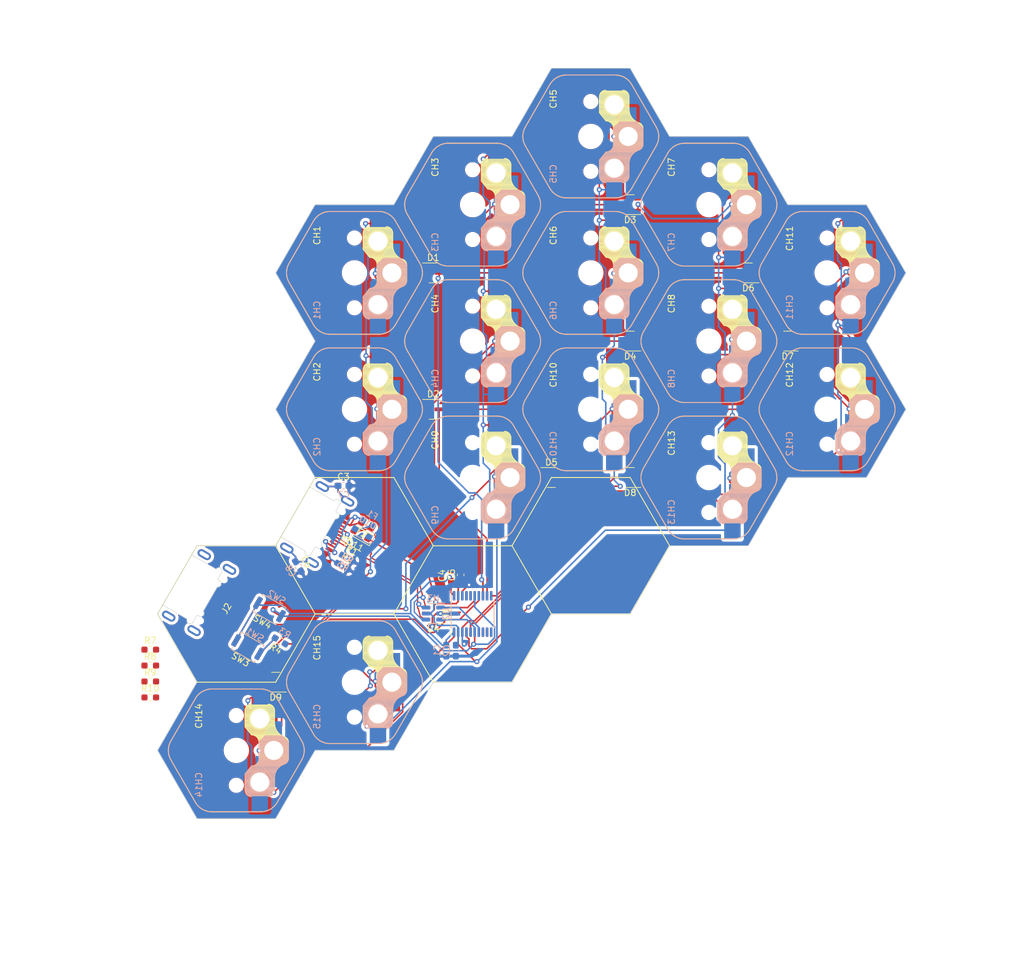
<source format=kicad_pcb>
(kicad_pcb (version 20221018) (generator pcbnew)
  (layers (0 "F.Cu" signal) (31 "B.Cu" signal) (34 "B.Paste" user) (35 "F.Paste" user) (36 "B.SilkS" user "B.Silkscreen") (37 "F.SilkS" user "F.Silkscreen") (38 "B.Mask" user) (39 "F.Mask" user) (44 "Edge.Cuts" user))
  (net 0 "")
  (net 1 "+3.3V")
  (net 2 "Net-(CH1-Pad2)")
  (net 3 "Net-(CH2-Pad2)")
  (net 4 "GND")
  (net 5 "Net-(CH4-Pad2)")
  (net 6 "Net-(CH5-Pad2)")
  (net 7 "+5V")
  (net 8 "Net-(CH6-Pad2)")
  (net 9 "c1")
  (net 10 "c2")
  (net 12 "Net-(CH8-Pad2)")
  (net 14 "Net-(CH9-Pad2)")
  (net 16 "c3")
  (net 17 "c4")
  (net 18 "Net-(CH11-Pad2)")
  (net 19 "c5")
  (net 20 "Net-(CH13-Pad2)")
  (net 21 "Net-(CH14-Pad2)")
  (net 22 "r1")
  (net 23 "r2")
  (net 24 "r3")
  (net 25 "Net-(D10-A)")
  (net 26 "VBUS")
  (net 27 "P32")
  (net 28 "P14")
  (net 29 "P15")
  (net 30 "P16")
  (net 31 "P17")
  (net 32 "RST")
  (net 33 "P10")
  (net 34 "P11")
  (net 37 "P33")
  (net 38 "P34")
  (net 39 "P35")
  (net 40 "UDP")
  (net 41 "UDM")
  (net 42 "PORT-")
  (net 43 "PORT+")
  (net 44 "Net-(D11-A)")
  (net 45 "Net-(J3-SHIELD)")
  (net 46 "Net-(J3-CC1)")
  (net 47 "Net-(J3-CC2)")
  (net 48 "BOOT")
  (net 49 "Net-(CH7-Pad2)")
  (net 50 "Net-(CH10-Pad2)")
  (net 51 "Net-(CH3-Pad2)")
  (net 52 "Net-(CH15-Pad2)")
  (net 53 "Net-(CH12-Pad2)")
  (net 56 "Net-(J2-CC1)")
  (net 57 "RX_L_TX_R")
  (net 58 "TX_L_RX_R")
  (net 59 "Net-(J2-CC2)")
  (footprint "Capacitor_SMD:C_0603_1608Metric_Pad1.08x0.95mm_HandSolder" (layer "F.Cu") (at 102.108 101.4465 90)
    (fp_text reference "C4")
    (fp_text value "1uF")
  )
  (footprint "Fuse:Fuse_0603_1608Metric_Pad1.05x0.95mm_HandSolder" (layer "F.Cu") (at 88.770152 93.514048 150)
    (fp_text reference "F2")
    (fp_text value "500mA")
  )
  (footprint "s-ol:PG1350_hotswap_reversible" (layer "F.Cu") (at 68.271677 129.000001 90)
    (fp_text reference "CH14")
    (fp_text value "choc_SW_HS")
  )
  (footprint "s-ol:PG1350_hotswap_reversible" (layer "F.Cu") (at 124.13032 53.75 90)
    (fp_text reference "CH6")
    (fp_text value "choc_SW_HS")
  )
  (footprint "s-ol:PG1350_hotswap_reversible" (layer "F.Cu") (at 105.510772 86 90)
    (fp_text reference "CH9")
    (fp_text value "choc_SW_HS")
  )
  (footprint "Resistor_SMD:R_0603_1608Metric_Pad0.98x0.95mm_HandSolder" (layer "F.Cu") (at 85.772952 98.70535 -30)
    (fp_text reference "R1")
    (fp_text value "5k")
  )
  (footprint "Capacitor_SMD:C_0603_1608Metric_Pad1.08x0.95mm_HandSolder" (layer "F.Cu") (at 85.160808 87.30456)
    (fp_text reference "C3")
    (fp_text value "1uF")
  )
  (footprint "Package_TO_SOT_SMD:SOT-23" (layer "F.Cu") (at 99.304256 75.25)
    (fp_text reference "D2")
    (fp_text value "BAV70")
  )
  (footprint "Capacitor_SMD:C_0603_1608Metric_Pad1.08x0.95mm_HandSolder" (layer "F.Cu") (at 78.04881 100.00456 -60)
    (fp_text reference "C6")
    (fp_text value "1uF")
  )
  (footprint "s-ol:PG1350_hotswap_reversible" (layer "F.Cu") (at 86.891224 75.25 90)
    (fp_text reference "CH2")
    (fp_text value "choc_SW_HS")
  )
  (footprint "Resistor_SMD:R_0603_1608Metric_Pad0.98x0.95mm_HandSolder" (layer "F.Cu") (at 54.7135 120.65)
    (fp_text reference "R10")
    (fp_text value "5k")
  )
  (footprint "Package_TO_SOT_SMD:SOT-23" (layer "F.Cu") (at 130.336836 86 180)
    (fp_text reference "D8")
    (fp_text value "BAV70")
  )
  (footprint "Resistor_SMD:R_0603_1608Metric_Pad0.98x0.95mm_HandSolder" (layer "F.Cu") (at 54.7135 113.12)
    (fp_text reference "R7")
    (fp_text value "5k")
  )
  (footprint "Capacitor_SMD:C_0603_1608Metric_Pad1.08x0.95mm_HandSolder" (layer "F.Cu") (at 103.632 101.346 90)
    (fp_text reference "C5")
    (fp_text value "1uF")
  )
  (footprint "Resistor_SMD:R_0603_1608Metric_Pad0.98x0.95mm_HandSolder" (layer "F.Cu") (at 54.7135 115.63)
    (fp_text reference "R8")
    (fp_text value "5k")
  )
  (footprint "s-ol:PG1350_hotswap_reversible" (layer "F.Cu") (at 124.13032 75.25 90)
    (fp_text reference "CH10")
    (fp_text value "choc_SW_HS")
  )
  (footprint "Button_Switch_SMD:SW_Push_SPST_NO_Alps_SKRK" (layer "F.Cu") (at 73.492348 106.802799 150)
    (fp_text reference "SW4")
    (fp_text value "RESET")
  )
  (footprint "Package_TO_SOT_SMD:SOT-23" (layer "F.Cu") (at 130.336837 43 180)
    (fp_text reference "D3")
    (fp_text value "BAV70")
  )
  (footprint "s-ol:PG1350_hotswap_reversible" (layer "F.Cu") (at 105.510772 64.5 90)
    (fp_text reference "CH4")
    (fp_text value "choc_SW_HS")
  )
  (footprint "s-ol:PG1350_hotswap_reversible" (layer "F.Cu") (at 86.891224 118.250001 90)
    (fp_text reference "CH15")
    (fp_text value "choc_SW_HS")
  )
  (footprint "Package_TO_SOT_SMD:SOT-23" (layer "F.Cu") (at 117.923804 86)
    (fp_text reference "D5")
    (fp_text value "BAV70")
  )
  (footprint "Resistor_SMD:R_0603_1608Metric_Pad0.98x0.95mm_HandSolder" (layer "F.Cu") (at 85.036352 99.981179 -30)
    (fp_text reference "R2")
    (fp_text value "5k")
  )
  (footprint "Package_SO:TSSOP-20_4.4x6.5mm_P0.65mm" (layer "F.Cu") (at 105.510772 107.5 90)
    (fp_text reference "U1")
    (fp_text value "CH552T")
  )
  (footprint "Package_TO_SOT_SMD:SOT-23-6" (layer "F.Cu") (at 99.314001 107.442 180)
    (fp_text reference "U4")
    (fp_text value "USBLC6-2SC6")
  )
  (footprint "s-ol:PG1350_hotswap_reversible" (layer "F.Cu") (at 161.369416 75.25 90)
    (fp_text reference "CH12")
    (fp_text value "choc_SW_HS")
  )
  (footprint "s-ol:PG1350_hotswap_reversible" (layer "F.Cu") (at 86.891224 53.75 90)
    (fp_text reference "CH1")
    (fp_text value "choc_SW_HS")
  )
  (footprint "s-ol:PG1350_hotswap_reversible" (layer "F.Cu") (at 142.749869 64.5 90)
    (fp_text reference "CH8")
    (fp_text value "choc_SW_HS")
  )
  (footprint "s-ol:PG1350_hotswap_reversible" (layer "F.Cu") (at 105.510773 43.000001 90)
    (fp_text reference "CH3")
    (fp_text value "choc_SW_HS")
  )
  (footprint "Package_TO_SOT_SMD:SOT-23" (layer "F.Cu") (at 74.478191 118.25 180)
    (fp_text reference "D9")
    (fp_text value "BAV70")
  )
  (footprint "Package_TO_SOT_SMD:SOT-23" (layer "F.Cu") (at 99.304256 53.75)
    (fp_text reference "D1")
    (fp_text value "BAV70")
  )
  (footprint "s-ol:PG1350_hotswap_reversible" (layer "F.Cu") (at 142.749869 43 90)
    (fp_text reference "CH7")
    (fp_text value "choc_SW_HS")
  )
  (footprint "s-ol:PG1350_hotswap_reversible" (layer "F.Cu") (at 124.130321 32.250001 90)
    (fp_text reference "CH5")
    (fp_text value "choc_SW_HS")
  )
  (footprint "PCM_marbastlib-various:USB_C_Receptacle_HRO_TYPE-C-31-M-14" (layer "F.Cu") (at 64.474093 105.338661 -120)
    (fp_text reference "J2")
    (fp_text value "USB_C_Receptacle_USB2.0_14P")
    (fp_line (start -4.554999 2.075821) (end -4.554999 6.435) (stroke (width 0.08)) (layer "Edge.Cuts"))
    (fp_line (start -3.404998 0.905) (end -4.554999 0.905) (stroke (width 0.08)) (layer "Edge.Cuts"))
    (fp_line (start -3.204999 0.505) (end -3.204999 0.705) (stroke (width 0.08)) (layer "Edge.Cuts"))
    (fp_line (start -0.004999 0.355) (end -2.098781 0.355) (stroke (width 0.08)) (layer "Edge.Cuts"))
    (fp_line (start -0.004999 0.355) (end 2.088783 0.355) (stroke (width 0.08)) (layer "Edge.Cuts"))
    (fp_line (start 3.195001 0.505) (end 3.195001 0.705) (stroke (width 0.08)) (layer "Edge.Cuts"))
    (fp_line (start 3.395 0.905) (end 4.545001 0.905) (stroke (width 0.08)) (layer "Edge.Cuts"))
    (fp_line (start 4.545001 2.075821) (end 4.545001 6.435) (stroke (width 0.08)) (layer "Edge.Cuts"))
    (fp_arc (start -4.697856 1.884157) (mid -5.04976 1.332815) (end -4.554999 0.905) (stroke (width 0.08)) (layer "Edge.Cuts"))
    (fp_arc (start -4.697856 1.884158) (mid -4.594642 1.956298) (end -4.554999 2.075821) (stroke (width 0.08)) (layer "Edge.Cuts"))
    (fp_arc (start -3.204999 0.505) (mid -2.834408 0.022037) (end -2.271986 0.255) (stroke (width 0.08)) (layer "Edge.Cuts"))
    (fp_arc (start -3.204998 0.705) (mid -3.263577 0.846421) (end -3.404998 0.905) (stroke (width 0.08)) (layer "Edge.Cuts"))
    (fp_arc (start -2.098781 0.355) (mid -2.198781 0.328205) (end -2.271986 0.255) (stroke (width 0.08)) (layer "Edge.Cuts"))
    (fp_arc (start 2.261988 0.255) (mid 2.188783 0.328205) (end 2.088783 0.355) (stroke (width 0.08)) (layer "Edge.Cuts"))
    (fp_arc (start 2.261988 0.255) (mid 2.824411 0.022037) (end 3.195001 0.505) (stroke (width 0.08)) (layer "Edge.Cuts"))
    (fp_arc (start 3.395 0.904999) (mid 3.253579 0.846421) (end 3.195001 0.705) (stroke (width 0.08)) (layer "Edge.Cuts"))
    (fp_arc (start 4.545001 0.904999) (mid 5.039764 1.332815) (end 4.687858 1.884158) (stroke (width 0.08)) (layer "Edge.Cuts"))
    (fp_arc (start 4.545001 2.075821) (mid 4.584644 1.956298) (end 4.687858 1.884158) (stroke (width 0.08)) (layer "Edge.Cuts"))
  )
  (footprint "s-ol:PG1350_hotswap_reversible" (layer "F.Cu") (at 161.369416 53.75 90)
    (fp_text reference "CH11")
    (fp_text value "choc_SW_HS")
  )
  (footprint "Button_Switch_SMD:SW_Push_SPST_NO_Alps_SKRK" (layer "F.Cu") (at 70.063347 112.742 150)
    (fp_text reference "SW3")
    (fp_text value "BOOT")
  )
  (footprint "Package_TO_SOT_SMD:SOT-23" (layer "F.Cu") (at 130.336837 64.5 180)
    (fp_text reference "D4")
    (fp_text value "BAV70")
  )
  (footprint "s-ol:PG1350_hotswap_reversible" (layer "F.Cu") (at 142.749867 86 90)
    (fp_text reference "CH13")
    (fp_text value "choc_SW_HS")
  )
  (footprint "PCM_marbastlib-various:USB_C_Receptacle_HRO_TYPE-C-31-M-14" (layer "F.Cu") (at 83.086901 94.59922 -120)
    (fp_text reference "J3")
    (fp_text value "USB_C_Receptacle_USB2.0_14P")
    (fp_line (start -4.554999 2.075821) (end -4.554999 6.435) (stroke (width 0.08)) (layer "Edge.Cuts"))
    (fp_line (start -3.404998 0.905) (end -4.554999 0.905) (stroke (width 0.08)) (layer "Edge.Cuts"))
    (fp_line (start -3.204999 0.505) (end -3.204999 0.705) (stroke (width 0.08)) (layer "Edge.Cuts"))
    (fp_line (start -0.004999 0.355) (end -2.098781 0.355) (stroke (width 0.08)) (layer "Edge.Cuts"))
    (fp_line (start -0.004999 0.355) (end 2.088783 0.355) (stroke (width 0.08)) (layer "Edge.Cuts"))
    (fp_line (start 3.195001 0.505) (end 3.195001 0.705) (stroke (width 0.08)) (layer "Edge.Cuts"))
    (fp_line (start 3.395 0.905) (end 4.545001 0.905) (stroke (width 0.08)) (layer "Edge.Cuts"))
    (fp_line (start 4.545001 2.075821) (end 4.545001 6.435) (stroke (width 0.08)) (layer "Edge.Cuts"))
    (fp_arc (start -4.697856 1.884157) (mid -5.04976 1.332815) (end -4.554999 0.905) (stroke (width 0.08)) (layer "Edge.Cuts"))
    (fp_arc (start -4.697856 1.884158) (mid -4.594642 1.956298) (end -4.554999 2.075821) (stroke (width 0.08)) (layer "Edge.Cuts"))
    (fp_arc (start -3.204999 0.505) (mid -2.834408 0.022037) (end -2.271986 0.255) (stroke (width 0.08)) (layer "Edge.Cuts"))
    (fp_arc (start -3.204998 0.705) (mid -3.263577 0.846421) (end -3.404998 0.905) (stroke (width 0.08)) (layer "Edge.Cuts"))
    (fp_arc (start -2.098781 0.355) (mid -2.198781 0.328205) (end -2.271986 0.255) (stroke (width 0.08)) (layer "Edge.Cuts"))
    (fp_arc (start 2.261988 0.255) (mid 2.188783 0.328205) (end 2.088783 0.355) (stroke (width 0.08)) (layer "Edge.Cuts"))
    (fp_arc (start 2.261988 0.255) (mid 2.824411 0.022037) (end 3.195001 0.505) (stroke (width 0.08)) (layer "Edge.Cuts"))
    (fp_arc (start 3.395 0.904999) (mid 3.253579 0.846421) (end 3.195001 0.705) (stroke (width 0.08)) (layer "Edge.Cuts"))
    (fp_arc (start 4.545001 0.904999) (mid 5.039764 1.332815) (end 4.687858 1.884158) (stroke (width 0.08)) (layer "Edge.Cuts"))
    (fp_arc (start 4.545001 2.075821) (mid 4.584644 1.956298) (end 4.687858 1.884158) (stroke (width 0.08)) (layer "Edge.Cuts"))
  )
  (footprint "Package_TO_SOT_SMD:SOT-23" (layer "F.Cu") (at 148.956384 53.75 180)
    (fp_text reference "D6")
    (fp_text value "BAV70")
  )
  (footprint "Resistor_SMD:R_0603_1608Metric_Pad0.98x0.95mm_HandSolder" (layer "F.Cu") (at 54.7135 118.14)
    (fp_text reference "R9")
    (fp_text value "5k")
  )
  (footprint "Resistor_SMD:R_0603_1608Metric_Pad0.98x0.95mm_HandSolder" (layer "F.Cu") (at 75.184 111.76 150)
    (fp_text reference "R4")
    (fp_text value "10k")
  )
  (footprint "Package_TO_SOT_SMD:SOT-23" (layer "F.Cu") (at 155.162901 64.5 180)
    (fp_text reference "D7")
    (fp_text value "BAV70")
  )
  (footprint "Diode_SMD:D_SOD-323_HandSoldering" (layer "F.Cu") (at 87.906552 95.009847 150)
    (fp_text reference "D11")
    (fp_text value "PMEG2010EA")
  )
  (footprint "Capacitor_SMD:C_0603_1608Metric_Pad1.08x0.95mm_HandSolder" (layer "B.Cu") (at 85.160808 87.30456)
    (fp_text reference "C7")
    (fp_text value "1uF")
  )
  (footprint "Button_Switch_SMD:SW_Push_SPST_NO_Alps_SKRK" (layer "B.Cu") (at 73.492348 106.802799 150)
    (fp_text reference "SW2")
    (fp_text value "RESET")
  )
  (footprint "Capacitor_SMD:C_0603_1608Metric_Pad1.08x0.95mm_HandSolder" (layer "B.Cu") (at 78.04881 100.00456 -60)
    (fp_text reference "C8")
    (fp_text value "1uF")
  )
  (footprint "Resistor_SMD:R_0603_1608Metric_Pad0.98x0.95mm_HandSolder" (layer "B.Cu") (at 85.772952 98.70535 -30)
    (fp_text reference "R5")
    (fp_text value "5k")
  )
  (footprint "Fuse:Fuse_0603_1608Metric_Pad1.05x0.95mm_HandSolder" (layer "B.Cu") (at 88.973352 93.162095 150)
    (fp_text reference "F1")
    (fp_text value "500mA")
  )
  (footprint "Capacitor_SMD:C_0603_1608Metric_Pad1.08x0.95mm_HandSolder" (layer "B.Cu") (at 102.87 113.283999 -90)
    (fp_text reference "C2")
    (fp_text value "1uF")
  )
  (footprint "Capacitor_SMD:C_0603_1608Metric_Pad1.08x0.95mm_HandSolder" (layer "B.Cu") (at 101.346 113.284 -90)
    (fp_text reference "C1")
    (fp_text value "1uF")
  )
  (footprint "Package_SO:TSSOP-20_4.4x6.5mm_P0.65mm" (layer "B.Cu") (at 105.510772 107.5 -90)
    (fp_text reference "U2")
    (fp_text value "CH552T")
  )
  (footprint "Diode_SMD:D_SOD-323_HandSoldering" (layer "B.Cu") (at 88.084352 94.701888 150)
    (fp_text reference "D10")
    (fp_text value "PMEG2010EA")
  )
  (footprint "Resistor_SMD:R_0603_1608Metric_Pad0.98x0.95mm_HandSolder" (layer "B.Cu") (at 85.036352 99.981179 150)
    (fp_text reference "R6")
    (fp_text value "5k")
  )
  (footprint "Package_TO_SOT_SMD:SOT-23-6" (layer "B.Cu") (at 99.314001 107.442 180)
    (fp_text reference "U3")
    (fp_text value "USBLC6-2SC6")
  )
  (footprint "Button_Switch_SMD:SW_Push_SPST_NO_Alps_SKRK" (layer "B.Cu") (at 70.063347 112.742 150)
    (fp_text reference "SW1")
    (fp_text value "BOOT")
  )
  (footprint "Resistor_SMD:R_0603_1608Metric_Pad0.98x0.95mm_HandSolder" (layer "B.Cu") (at 75.184 111.76 150)
    (fp_text reference "R3")
    (fp_text value "10k")
  )
  (gr_line (start 74.478191 118.25) (end 80.684708 107.5) (stroke (width 0.15)) (layer "F.SilkS"))
  (gr_line (start 117.923804 107.5) (end 111.717288 118.250001) (stroke (width 0.15)) (layer "F.SilkS"))
  (gr_line (start 111.717288 96.75) (end 117.923804 107.5) (stroke (width 0.15)) (layer "F.SilkS"))
  (gr_line (start 74.478192 96.749999) (end 62.06516 96.749999) (stroke (width 0.15)) (layer "F.SilkS"))
  (gr_line (start 111.717288 96.75) (end 117.923804 86) (stroke (width 0.15)) (layer "F.SilkS"))
  (gr_line (start 99.304257 96.75) (end 93.09774 86) (stroke (width 0.15)) (layer "F.SilkS"))
  (gr_line (start 99.304257 96.75) (end 111.717288 96.75) (stroke (width 0.15)) (layer "F.SilkS"))
  (gr_line (start 55.858644 107.5) (end 62.065159 118.25) (stroke (width 0.15)) (layer "F.SilkS"))
  (gr_line (start 62.06516 96.749999) (end 55.858644 107.5) (stroke (width 0.15)) (layer "F.SilkS"))
  (gr_line (start 117.923804 86) (end 130.336836 86) (stroke (width 0.15)) (layer "F.SilkS"))
  (gr_line (start 93.09774 86) (end 80.684708 86) (stroke (width 0.15)) (layer "F.SilkS"))
  (gr_line (start 93.09774 107.5) (end 99.304257 96.75) (stroke (width 0.15)) (layer "F.SilkS"))
  (gr_line (start 99.304256 118.250001) (end 93.09774 107.5) (stroke (width 0.15)) (layer "F.SilkS"))
  (gr_line (start 111.717288 118.250001) (end 99.304256 118.250001) (stroke (width 0.15)) (layer "F.SilkS"))
  (gr_line (start 62.065159 118.25) (end 74.478191 118.25) (stroke (width 0.15)) (layer "F.SilkS"))
  (gr_line (start 80.684708 86) (end 74.478192 96.749999) (stroke (width 0.15)) (layer "F.SilkS"))
  (gr_line (start 74.478192 96.749999) (end 80.684708 107.5) (stroke (width 0.15)) (layer "F.SilkS"))
  (gr_line (start 80.684708 107.5) (end 93.09774 107.5) (stroke (width 0.15)) (layer "F.SilkS"))
  (gr_line (start 130.336836 86) (end 136.543352 96.75) (stroke (width 0.15)) (layer "F.SilkS"))
  (gr_line (start 130.336836 107.5) (end 117.923804 107.5) (stroke (width 0.15)) (layer "F.SilkS"))
  (gr_line (start 136.543352 96.75) (end 130.336836 107.5) (stroke (width 0.15)) (layer "F.SilkS"))
  (gr_poly (pts (xy 80.684708 64.5) (xy 74.478192 53.750001) (xy 80.684709 43.000001) (xy 93.097741 43.000001) (xy 99.304256 32.25) (xy 111.717288 32.25) (xy 117.923805 21.500001) (xy 130.336837 21.500001) (xy 136.543353 32.250001) (xy 148.956385 32.250001) (xy 155.162901 43) (xy 167.575933 43) (xy 173.782448 53.75) (xy 167.575933 64.5) (xy 173.782448 75.25) (xy 167.575931 86) (xy 155.162898 86) (xy 148.956384 96.75) (xy 136.543352 96.75) (xy 130.336836 107.5) (xy 117.923804 107.5) (xy 111.717288 118.250001) (xy 99.304256 118.250001) (xy 93.097741 129.000001) (xy 80.684709 129.000001) (xy 74.478191 139.75) (xy 62.065159 139.75) (xy 55.858645 129.000001) (xy 62.065159 118.25) (xy 55.858644 107.5) (xy 62.06516 96.749999) (xy 74.478192 96.749999) (xy 80.684708 86) (xy 74.478192 75.250001)) (stroke (width 0.1)) (fill none) (layer "Edge.Cuts"))
  (segment (start 101.865519 102.066519) (end 102.108 102.309) (width 0.25) (layer "F.Cu") (net 1))
  (segment (start 101.865519 101.7215) (end 101.865519 102.066519) (width 0.25) (layer "F.Cu") (net 1))
  (segment (start 71.673694 105.752797) (end 68.244693 111.692) (width 0.25) (layer "F.Cu") (net 1))
  (segment (start 102.108 104.159728) (end 102.585772 104.6375) (width 0.25) (layer "F.Cu") (net 1))
  (segment (start 102.108 102.309) (end 102.108 104.159728) (width 0.25) (layer "F.Cu") (net 1))
  (via (at 101.865519 101.7215) (size 0.8) (drill 0.4) (layers "F.Cu" "B.Cu") (net 1))
  (segment (start 101.346 112.4215) (end 100.7375 112.421499) (width 0.25) (layer "B.Cu") (net 1))
  (segment (start 68.244693 111.692) (end 71.673694 105.752797) (width 0.25) (layer "B.Cu") (net 1))
  (segment (start 101.225019 102.362) (end 101.865519 101.7215) (width 0.25) (layer "B.Cu") (net 1))
  (segment (start 76.811763 107.442) (end 95.758 107.442) (width 0.25) (layer "B.Cu") (net 1))
  (segment (start 101.346 112.4215) (end 101.346 111.602272) (width 0.25) (layer "B.Cu") (net 1))
  (segment (start 71.673694 105.752799) (end 72.032721 106.111826) (width 0.25) (layer "B.Cu") (net 1))
  (segment (start 72.032721 106.111826) (end 75.481589 106.111826) (width 0.25) (layer "B.Cu") (net 1))
  (segment (start 101.346 111.602272) (end 102.585772 110.3625) (width 0.25) (layer "B.Cu") (net 1))
  (segment (start 98.806 102.362) (end 101.225019 102.362) (width 0.25) (layer "B.Cu") (net 1))
  (segment (start 95.758 107.441999) (end 95.758 105.41) (width 0.25) (layer "B.Cu") (net 1))
  (segment (start 75.481589 106.111826) (end 76.811763 107.442) (width 0.25) (layer "B.Cu") (net 1))
  (segment (start 100.7375 112.421499) (end 95.758 107.441999) (width 0.25) (layer "B.Cu") (net 1))
  (segment (start 95.758 105.41) (end 98.806 102.362) (width 0.25) (layer "B.Cu") (net 1))
  (segment (start 90.17 53.848) (end 90.17 54.428776) (width 0.25) (layer "F.Cu") (net 2))
  (segment (start 92.791224 57.05) (end 96.016757 57.050001) (width 0.25) (layer "F.Cu") (net 2))
  (segment (start 96.016757 57.050001) (end 98.366756 54.7) (width 0.25) (layer "F.Cu") (net 2))
  (segment (start 90.17 54.428776) (end 92.791224 57.05) (width 0.25) (layer "F.Cu") (net 2))
  (via (at 90.17 53.848) (size 0.8) (drill 0.4) (layers "F.Cu" "B.Cu") (net 2))
  (segment (start 90.170001 53.071225) (end 90.17 53.848) (width 0.25) (layer "B.Cu") (net 2))
  (segment (start 92.791224 50.450001) (end 90.170001 53.071225) (width 0.25) (layer "B.Cu") (net 2))
  (segment (start 90.424001 76.182776) (end 92.791224 78.550001) (width 0.25) (layer "F.Cu") (net 3))
  (segment (start 90.423999 75.184001) (end 90.424001 76.182776) (width 0.25) (layer "F.Cu") (net 3))
  (segment (start 96.016757 78.55) (end 98.366756 76.2) (width 0.25) (layer "F.Cu") (net 3))
  (segment (start 92.791224 78.550001) (end 96.016757 78.55) (width 0.25) (layer "F.Cu") (net 3))
  (via (at 90.423999 75.184001) (size 0.8) (drill 0.4) (layers "F.Cu" "B.Cu") (net 3))
  (segment (start 92.791224 71.949999) (end 90.424001 74.317224) (width 0.25) (layer "B.Cu") (net 3))
  (segment (start 90.424001 74.317224) (end 90.423999 75.184001) (width 0.25) (layer "B.Cu") (net 3))
  (segment (start 99.763093 107.442) (end 99.164001 108.041092) (width 0.25) (layer "F.Cu") (net 4))
  (segment (start 99.164001 109.22) (end 99.164001 109.474) (width 0.25) (layer "F.Cu") (net 4))
  (segment (start 85.726132 92.427938) (end 86.230611 91.554155) (width 0.25) (layer "F.Cu") (net 4))
  (segment (start 100.451501 107.442) (end 99.763093 107.442) (width 0.25) (layer "F.Cu") (net 4))
  (segment (start 104.864973 102.9208) (end 104.9528 102.9208) (width 0.25) (layer "F.Cu") (net 4))
  (segment (start 99.164001 109.22) (end 99.164001 109.725599) (width 0.25) (layer "F.Cu") (net 4))
  (segment (start 103.885772 104.6375) (end 103.885772 103.900001) (width 0.25) (layer "F.Cu") (net 4))
  (segment (start 103.885772 103.900001) (end 104.864973 102.9208) (width 0.25) (layer "F.Cu") (net 4))
  (segment (start 99.164001 108.041092) (end 99.164001 109.22) (width 0.25) (layer "F.Cu") (net 4))
  (via (at 104.9528 102.9208) (size 0.8) (drill 0.4) (layers "F.Cu" "B.Cu") (net 4))
  (via (at 100.451501 107.442) (size 0.8) (drill 0.4) (layers "F.Cu" "B.Cu") (net 4))
  (via (at 99.164001 109.474) (size 0.8) (drill 0.4) (layers "F.Cu" "B.Cu") (net 4))
  (via (at 104.1908 112.2172) (size 0.8) (drill 0.4) (layers "F.Cu" "B.Cu") (net 4))
  (segment (start 103.885772 111.912172) (end 104.1908 112.2172) (width 0.25) (layer "B.Cu") (net 4))
  (segment (start 103.885772 110.3625) (end 103.885772 111.912172) (width 0.25) (layer "B.Cu") (net 4))
  (segment (start 108.966001 64.516) (end 108.966001 64.665282) (width 0.25) (layer "F.Cu") (net 5))
  (segment (start 108.966001 64.516) (end 108.965998 65.355228) (width 0.25) (layer "F.Cu") (net 5))
  (segment (start 108.965998 65.355228) (end 111.410773 67.800001) (width 0.25) (layer "F.Cu") (net 5))
  (segment (start 99.331282 74.3) (end 98.366756 74.3) (width 0.25) (layer "F.Cu") (net 5))
  (segment (start 108.966001 64.665282) (end 99.331282 74.3) (width 0.25) (layer "F.Cu") (net 5))
  (via (at 108.966001 64.516) (size 0.8) (drill 0.4) (layers "F.Cu" "B.Cu") (net 5))
  (segment (start 108.966001 63.644772) (end 108.966001 64.516) (width 0.25) (layer "B.Cu") (net 5))
  (segment (start 111.410772 61.2) (end 108.966001 63.644772) (width 0.25) (layer "B.Cu") (net 5))
  (segment (start 130.030321 35.550002) (end 130.030321 40.805984) (width 0.25) (layer "F.Cu") (net 6))
  (segment (start 130.030321 40.805984) (end 131.274337 42.050001) (width 0.25) (layer "F.Cu") (net 6))
  (segment (start 127.762 32.258) (end 127.762 33.28168) (width 0.25) (layer "F.Cu") (net 6))
  (segment (start 127.762 33.28168) (end 130.030321 35.550002) (width 0.25) (layer "F.Cu") (net 6))
  (via (at 127.762 32.258) (size 0.8) (drill 0.4) (layers "F.Cu" "B.Cu") (net 6))
  (segment (start 130.03032 28.95) (end 127.762001 31.218321) (width 0.25) (layer "B.Cu") (net 6))
  (segment (start 127.762001 31.218321) (end 127.762 32.258) (width 0.25) (layer "B.Cu") (net 6))
  (segment (start 98.176501 107.442) (end 98.839 107.442) (width 0.25) (layer "F.Cu") (net 7))
  (segment (start 103.235771 102.604728) (end 103.235772 104.6375) (width 0.25) (layer "F.Cu") (net 7))
  (segment (start 88.989084 95.634847) (end 98.495826 101.123568) (width 0.25) (layer "F.Cu") (net 7))
  (segment (start 99.464 106.817) (end 99.464001 106.141093) (width 0.25) (layer "F.Cu") (net 7))
  (segment (start 99.738092 105.867) (end 102.921 105.867) (width 0.25) (layer "F.Cu") (net 7))
  (segment (start 103.632 102.2085) (end 103.235771 102.604728) (width 0.25) (layer "F.Cu") (net 7))
  (segment (start 103.235773 105.552228) (end 103.235772 104.637501) (width 0.25) (layer "F.Cu") (net 7))
  (segment (start 102.921 105.867) (end 103.235773 105.552228) (width 0.25) (layer "F.Cu") (net 7))
  (segment (start 99.464001 106.141093) (end 99.738092 105.867) (width 0.25) (layer "F.Cu") (net 7))
  (segment (start 98.495826 101.123568) (end 99.702691 105.627646) (width 0.25) (layer "F.Cu") (net 7))
  (segment (start 98.839 107.442) (end 99.464 106.817) (width 0.25) (layer "F.Cu") (net 7))
  (via (at 99.702691 105.627646) (size 0.8) (drill 0.4) (layers "F.Cu" "B.Cu") (net 7))
  (segment (start 100.021093 109.3) (end 102.910771 109.3) (width 0.25) (layer "B.Cu") (net 7))
  (segment (start 102.910771 109.3) (end 103.235772 109.625001) (width 0.25) (layer "B.Cu") (net 7))
  (segment (start 99.402386 105.92795) (end 99.702691 105.627646) (width 0.25) (layer "B.Cu") (net 7))
  (segment (start 103.235772 109.625001) (end 103.235772 110.3625) (width 0.25) (layer "B.Cu") (net 7))
  (segment (start 98.839 107.442) (end 99.402386 106.878614) (width 0.25) (layer "B.Cu") (net 7))
  (segment (start 99.402386 106.878614) (end 99.402386 105.92795) (width 0.25) (layer "B.Cu") (net 7))
  (segment (start 99.464001 108.067001) (end 99.464001 108.742908) (width 0.25) (layer "B.Cu") (net 7))
  (segment (start 98.839 107.442) (end 99.464001 108.067001) (width 0.25) (layer "B.Cu") (net 7))
  (segment (start 102.87 112.421499) (end 103.235772 112.055728) (width 0.25) (layer "B.Cu") (net 7))
  (segment (start 99.464001 108.742908) (end 100.021093 109.3) (width 0.25) (layer "B.Cu") (net 7))
  (segment (start 103.235772 112.055728) (end 103.235772 110.3625) (width 0.25) (layer "B.Cu") (net 7))
  (segment (start 98.176501 107.442) (end 98.839 107.442) (width 0.25) (layer "B.Cu") (net 7))
  (segment (start 130.030321 62.305985) (end 130.03032 57.05) (width 0.25) (layer "F.Cu") (net 8))
  (segment (start 127.762 54.78168) (end 130.03032 57.05) (width 0.25) (layer "F.Cu") (net 8))
  (segment (start 131.274337 63.550001) (end 130.030321 62.305985) (width 0.25) (layer "F.Cu") (net 8))
  (segment (start 127.762 53.848) (end 127.762 54.78168) (width 0.25) (layer "F.Cu") (net 8))
  (via (at 127.762 53.848) (size 0.8) (drill 0.4) (layers "F.Cu" "B.Cu") (net 8))
  (segment (start 127.762 52.71832) (end 127.762 53.848) (width 0.25) (layer "B.Cu") (net 8))
  (segment (start 130.03032 50.45) (end 127.762 52.71832) (width 0.25) (layer "B.Cu") (net 8))
  (segment (start 70.358 113.284) (end 74.469207 109.172793) (width 0.25) (layer "F.Cu") (net 9))
  (segment (start 76.2 132.588) (end 76.2 133.604) (width 0.25) (layer "F.Cu") (net 9))
  (segment (start 102.585772 110.3625) (end 102.585772 111.11276) (width 0.25) (layer "F.Cu") (net 9))
  (segment (start 80.212999 128.575001) (end 76.2 132.588) (width 0.25) (layer "F.Cu") (net 9))
  (segment (start 88.646 45.974) (end 90.067225 45.974) (width 0.25) (layer "F.Cu") (net 9))
  (segment (start 71.971677 120.700001) (end 70.358 119.086324) (width 0.25) (layer "F.Cu") (net 9))
  (segment (start 88.860225 66.95) (end 88.712225 66.802001) (width 0.25) (layer "F.Cu") (net 9))
  (segment (start 88.848999 128.575001) (end 80.212999 128.575001) (width 0.25) (layer "F.Cu") (net 9))
  (segment (start 94.488 122.936) (end 88.848999 128.575001) (width 0.25) (layer "F.Cu") (net 9))
  (segment (start 81.073207 109.172793) (end 89.408 100.838) (width 0.25) (layer "F.Cu") (net 9))
  (segment (start 90.591225 66.95) (end 88.860225 66.95) (width 0.25) (layer "F.Cu") (net 9))
  (segment (start 71.971677 120.700001) (end 70.562001 120.700001) (width 0.25) (layer "F.Cu") (net 9))
  (segment (start 70.562001 120.700001) (end 70.104 121.158) (width 0.25) (layer "F.Cu") (net 9))
  (segment (start 70.358 119.086324) (end 70.358 113.284) (width 0.25) (layer "F.Cu") (net 9))
  (segment (start 102.585772 111.11276) (end 94.488 119.210532) (width 0.25) (layer "F.Cu") (net 9))
  (segment (start 74.469207 109.172793) (end 81.073207 109.172793) (width 0.25) (layer "F.Cu") (net 9))
  (segment (start 94.488 119.210532) (end 94.488 122.936) (width 0.25) (layer "F.Cu") (net 9))
  (segment (start 76.2 133.604) (end 74.168 135.636) (width 0.25) (layer "F.Cu") (net 9))
  (via (at 88.712225 66.802001) (size 0.8) (drill 0.4) (layers "F.Cu" "B.Cu") (net 9))
  (via (at 74.168 135.636) (size 0.8) (drill 0.4) (layers "F.Cu" "B.Cu") (net 9))
  (via (at 70.104 121.158) (size 0.8) (drill 0.4) (layers "F.Cu" "B.Cu") (net 9))
  (via (at 88.646 45.974) (size 0.8) (drill 0.4) (layers "F.Cu" "B.Cu") (net 9))
  (via (at 89.408 100.838) (size 0.8) (drill 0.4) (layers "F.Cu" "B.Cu") (net 9))
  (segment (start 89.408 98.806) (end 89.408 100.838) (width 0.25) (layer "B.Cu") (net 9))
  (segment (start 74.168 135.636) (end 73.635678 135.636) (width 0.25) (layer "B.Cu") (net 9))
  (segment (start 88.712224 60.171) (end 88.712225 54.939861) (width 0.25) (layer "B.Cu") (net 9))
  (segment (start 88.712224 79.471694) (end 88.712224 81.671) (width 0.25) (layer "B.Cu") (net 9))
  (segment (start 88.712224 81.671) (end 90.591224 83.55) (width 0.25) (layer "B.Cu") (net 9))
  (segment (start 88.712223 74.060139) (end 89.662001 75.009915) (width 0.25) (layer "B.Cu") (net 9))
  (segment (start 73.635678 135.636) (end 71.971677 137.300001) (width 0.25) (layer "B.Cu") (net 9))
  (segment (start 70.092677 135.421001) (end 71.971676 137.3) (width 0.25) (layer "B.Cu") (net 9))
  (segment (start 90.591224 62.05) (end 88.712224 60.171) (width 0.25) (layer "B.Cu") (net 9))
  (segment (start 89.020224 49.836307) (end 88.646 49.462083) (width 0.25) (layer "B.Cu") (net 9))
  (segment (start 70.104 121.158) (end 70.092676 121.169324) (width 0.25) (layer "B.Cu") (net 9))
  (segment (start 90.591224 83.55) (end 91.948 84.906776) (width 0.25) (layer "B.Cu") (net 9))
  (segment (start 70.669185 128.327185) (end 70.669185 132.645185) (width 0.25) (layer "B.Cu") (net 9))
  (segment (start 89.662001 75.009915) (end 89.662001 78.521917) (width 0.25) (layer "B.Cu") (net 9))
  (segment (start 88.712225 54.939861) (end 89.020225 54.631861) (width 0.25) (layer "B.Cu") (net 9))
  (segment (start 70.669185 132.645185) (end 70.092676 133.221693) (width 0.25) (layer "B.Cu") (net 9))
  (segment (start 91.948 84.906776) (end 91.948 96.266) (width 0.25) (layer "B.Cu") (net 9))
  (segment (start 91.948 96.266) (end 89.408 98.806) (width 0.25) (layer "B.Cu") (net 9))
  (segment (start 89.020225 54.631861) (end 89.020224 49.836307) (width 0.25) (layer "B.Cu") (net 9))
  (segment (start 89.662001 78.521917) (end 88.712224 79.471694) (width 0.25) (layer "B.Cu") (net 9))
  (segment (start 70.092676 133.221693) (end 70.092677 135.421001) (width 0.25) (layer "B.Cu") (net 9))
  (segment (start 88.646 49.462083) (end 88.646 45.974) (width 0.25) (layer "B.Cu") (net 9))
  (segment (start 88.712224 60.171) (end 88.712223 74.060139) (width 0.25) (layer "B.Cu") (net 9))
  (segment (start 70.092676 127.750676) (end 70.669185 128.327185) (width 0.25) (layer "B.Cu") (net 9))
  (segment (start 70.092676 121.169324) (end 70.092676 127.750676) (width 0.25) (layer "B.Cu") (net 9))
  (segment (start 92.470224 114.028308) (end 92.470224 110.504224) (width 0.25) (layer "F.Cu") (net 10))
  (segment (start 88.712224 125.034224) (end 88.849199 125.1712) (width 0.25) (layer "F.Cu") (net 10))
  (segment (start 107.188 56.642) (end 108.768772 56.642) (width 0.25) (layer "F.Cu") (net 10))
  (segment (start 105.957295 115.009) (end 106.172 115.009) (width 0.25) (layer "F.Cu") (net 10))
  (segment (start 91.916001 109.950001) (end 90.591224 109.950001) (width 0.25) (layer "F.Cu") (net 10))
  (segment (start 88.712224 119.516976) (end 88.712224 125.034224) (width 0.25) (layer "F.Cu") (net 10))
  (segment (start 107.188001 77.724) (end 109.186772 77.724) (width 0.25) (layer "F.Cu") (net 10))
  (segment (start 89.310295 116.632905) (end 89.865627 116.632905) (width 0.25) (layer "F.Cu") (net 10))
  (segment (start 92.470224 110.504224) (end 91.916001 109.950001) (width 0.25) (layer "F.Cu") (net 10))
  (segment (start 89.865627 116.632905) (end 92.470224 114.028308) (width 0.25) (layer "F.Cu") (net 10))
  (segment (start 89.408 118.8212) (end 88.712224 119.516976) (width 0.25) (layer "F.Cu") (net 10))
  (segment (start 103.235772 112.287477) (end 105.957295 115.009) (width 0.25) (layer "F.Cu") (net 10))
  (segment (start 108.302 34.700001) (end 107.188 35.814) (width 0.25) (layer "F.Cu") (net 10))
  (segment (start 103.235772 110.3625) (end 103.235772 112.287477) (width 0.25) (layer "F.Cu") (net 10))
  (via (at 107.188 35.814) (size 0.8) (drill 0.4) (layers "F.Cu" "B.Cu") (net 10))
  (via (at 107.188 56.642) (size 0.8) (drill 0.4) (layers "F.Cu" "B.Cu") (net 10))
  (via (at 106.172 115.009) (size 0.8) (drill 0.4) (layers "F.Cu" "B.Cu") (net 10))
  (via (at 89.408 118.8212) (size 0.8) (drill 0.4) (layers "F.Cu" "B.Cu") (net 10))
  (via (at 107.188001 77.724) (size 0.8) (drill 0.4) (layers "F.Cu" "B.Cu") (net 10))
  (via (at 88.849199 125.1712) (size 0.8) (drill 0.4) (layers "F.Cu" "B.Cu") (net 10))
  (via (at 89.310295 116.632905) (size 0.8) (drill 0.4) (layers "F.Cu" "B.Cu") (net 10))
  (segment (start 107.188 72.898) (end 109.112773 72.898001) (width 0.25) (layer "B.Cu") (net 10))
  (segment (start 108.204 88.392) (end 107.331771 89.264228) (width 0.25) (layer "B.Cu") (net 10))
  (segment (start 107.188 72.898) (end 107.188001 77.724) (width 0.25) (layer "B.Cu") (net 10))
  (segment (start 107.331771 56.498228) (end 107.188 56.642) (width 0.25) (layer "B.Cu") (net 10))
  (segment (start 90.591224 126.361992) (end 101.944216 115.009) (width 0.25) (layer "B.Cu") (net 10))
  (segment (start 107.331771 89.264228) (end 107.331773 92.421) (width 0.25) (layer "B.Cu") (net 10))
  (segment (start 107.188 41.572696) (end 108.240999 42.625695) (width 0.25) (layer "B.Cu") (net 10))
  (segment (start 88.849199 125.1712) (end 89.212423 125.1712) (width 0.25) (layer "B.Cu") (net 10))
  (segment (start 108.241 46.312466) (end 107.331772 47.221693) (width 0.25) (layer "B.Cu") (net 10))
  (segment (start 107.331772 49.022) (end 107.331773 49.421) (width 0.25) (layer "B.Cu") (net 10))
  (segment (start 107.188001 77.724) (end 107.188 83.735183) (width 0.25) (layer "B.Cu") (net 10))
  (segment (start 106.225 115.009) (end 109.337772 111.896228) (width 0.25) (layer "B.Cu") (net 10))
  (segment (start 107.188001 68.865466) (end 107.188 72.898) (width 0.25) (layer "B.Cu") (net 10))
  (segment (start 89.212423 125.1712) (end 90.591224 126.550001) (width 0.25) (layer "B.Cu") (net 10))
  (segment (start 101.944216 115.009) (end 106.172 115.009) (width 0.25) (layer "B.Cu") (net 10))
  (segment (start 107.331773 92.421) (end 109.210772 94.3) (width 0.25) (layer "B.Cu") (net 10))
  (segment (start 109.337772 94.427) (end 109.210772 94.3) (width 0.25) (layer "B.Cu") (net 10))
  (segment (start 108.204 84.751184) (end 108.204 88.392) (width 0.25) (layer "B.Cu") (net 10))
  (segment (start 107.188 83.735183) (end 108.204 84.751184) (width 0.25) (layer "B.Cu") (net 10))
  (segment (start 89.310295 118.723495) (end 89.408 118.8212) (width 0.25) (layer "B.Cu") (net 10))
  (segment (start 90.591224 126.550001) (end 90.591224 126.361992) (width 0.25) (layer "B.Cu") (net 10))
  (segment (start 107.331772 49.022) (end 107.331771 56.498228) (width 0.25) (layer "B.Cu") (net 10))
  (segment (start 107.696 68.357465) (end 107.188001 68.865466) (width 0.25) (layer "B.Cu") (net 10))
  (segment (start 106.172 115.009) (end 106.225 115.009) (width 0.25) (layer "B.Cu") (net 10))
  (segment (start 89.310295 116.632905) (end 89.310295 118.723495) (width 0.25) (layer "B.Cu") (net 10))
  (segment (start 107.696 63.674367) (end 107.696 68.357465) (width 0.25) (layer "B.Cu") (net 10))
  (segment (start 107.331772 47.221693) (end 107.331772 49.022) (width 0.25) (layer "B.Cu") (net 10))
  (segment (start 107.188 63.166367) (end 107.696 63.674367) (width 0.25) (layer "B.Cu") (net 10))
  (segment (start 107.331773 49.421) (end 109.210773 51.300001) (width 0.25) (layer "B.Cu") (net 10))
  (segment (start 109.337772 111.896228) (end 109.337772 94.427) (width 0.25) (layer "B.Cu") (net 10))
  (segment (start 108.240999 42.625695) (end 108.241 46.312466) (width 0.25) (layer "B.Cu") (net 10))
  (segment (start 107.188 35.814) (end 107.188 41.572696) (width 0.25) (layer "B.Cu") (net 10))
  (segment (start 107.188 56.642) (end 107.188 63.166367) (width 0.25) (layer "B.Cu") (net 10))
  (segment (start 148.649869 67.8) (end 146.304001 65.454133) (width 0.25) (layer "F.Cu") (net 12))
  (segment (start 131.274336 65.45) (end 132.453336 66.629) (width 0.25) (layer "F.Cu") (net 12))
  (segment (start 146.304001 65.454133) (end 146.304 64.262) (width 0.25) (layer "F.Cu") (net 12))
  (segment (start 132.453336 66.629) (end 147.478868 66.629001) (width 0.25) (layer "F.Cu") (net 12))
  (via (at 146.304 64.262) (size 0.8) (drill 0.4) (layers "F.Cu" "B.Cu") (net 12))
  (segment (start 146.304 64.262) (end 146.304001 63.545869) (width 0.25) (layer "B.Cu") (net 12))
  (segment (start 146.304001 63.545869) (end 148.649868 61.2) (width 0.25) (layer "B.Cu") (net 12))
  (segment (start 111.410772 89.3) (end 114.636304 89.3) (width 0.25) (layer "F.Cu") (net 14))
  (segment (start 108.966001 86.855228) (end 111.410772 89.3) (width 0.25) (layer "F.Cu") (net 14))
  (segment (start 108.965999 85.852001) (end 108.966001 86.855228) (width 0.25) (layer "F.Cu") (net 14))
  (segment (start 114.636304 89.3) (end 116.986305 86.95) (width 0.25) (layer "F.Cu") (net 14))
  (via (at 108.965999 85.852001) (size 0.8) (drill 0.4) (layers "F.Cu" "B.Cu") (net 14))
  (segment (start 111.410772 82.7) (end 108.966001 85.144772) (width 0.25) (layer "B.Cu") (net 14))
  (segment (start 108.966001 85.144772) (end 108.965999 85.852001) (width 0.25) (layer "B.Cu") (net 14))
  (segment (start 125.475999 36.947013) (end 125.476 40.64) (width 0.25) (layer "F.Cu") (net 16))
  (segment (start 125.984 67.056) (end 127.72432 67.056) (width 0.25) (layer "F.Cu") (net 16))
  (segment (start 104.921773 108.589) (end 105.825584 108.589) (width 0.25) (layer "F.Cu") (net 16))
  (segment (start 127.83032 23.95) (end 125.951321 25.829001) (width 0.25) (layer "F.Cu") (net 16))
  (segment (start 105.825584 108.589) (end 127.038584 87.376) (width 0.25) (layer "F.Cu") (net 16))
  (segment (start 125.95132 30.44732) (end 126.999999 31.496) (width 0.25) (layer "F.Cu") (net 16))
  (segment (start 103.885772 110.3625) (end 103.885772 109.625001) (width 0.25) (layer "F.Cu") (net 16))
  (segment (start 125.475999 45.466001) (end 125.492 45.45) (width 0.25) (layer "F.Cu") (net 16))
  (segment (start 125.951321 25.829001) (end 125.95132 30.44732) (width 0.25) (layer "F.Cu") (net 16))
  (segment (start 127.000001 35.423014) (end 125.475999 36.947013) (width 0.25) (layer "F.Cu") (net 16))
  (segment (start 125.492 45.45) (end 127.83032 45.45) (width 0.25) (layer "F.Cu") (net 16))
  (segment (start 126.999999 31.496) (end 127.000001 35.423014) (width 0.25) (layer "F.Cu") (net 16))
  (segment (start 127.038584 87.376) (end 128.778 87.376) (width 0.25) (layer "F.Cu") (net 16))
  (segment (start 103.885772 109.625001) (end 104.921773 108.589) (width 0.25) (layer "F.Cu") (net 16))
  (via (at 125.984 67.056) (size 0.8) (drill 0.4) (layers "F.Cu" "B.Cu") (net 16))
  (via (at 128.778 87.376) (size 0.8) (drill 0.4) (layers "F.Cu" "B.Cu") (net 16))
  (via (at 125.475999 45.466001) (size 0.8) (drill 0.4) (layers "F.Cu" "B.Cu") (net 16))
  (via (at 125.476 40.64) (size 0.8) (drill 0.4) (layers "F.Cu" "B.Cu") (net 16))
  (segment (start 125.95132 81.671) (end 127.83032 83.55) (width 0.25) (layer "B.Cu") (net 16))
  (segment (start 128.778 87.376) (end 127.83032 86.42832) (width 0.25) (layer "B.Cu") (net 16))
  (segment (start 125.476 40.64) (end 127.74032 40.64) (width 0.25) (layer "B.Cu") (net 16))
  (segment (start 125.476 40.64) (end 125.476001 52.084819) (width 0.25) (layer "B.Cu") (net 16))
  (segment (start 127.83032 62.05) (end 127.83032 65.20968) (width 0.25) (layer "B.Cu") (net 16))
  (segment (start 126.492001 53.10082) (end 126.492001 57.431014) (width 0.25) (layer "B.Cu") (net 16))
  (segment (start 125.951319 79.471693) (end 125.95132 81.671) (width 0.25) (layer "B.Cu") (net 16))
  (segment (start 125.95132 60.171) (end 127.83032 62.05) (width 0.25) (layer "B.Cu") (net 16))
  (segment (start 126.492001 57.431014) (end 125.951321 57.971693) (width 0.25) (layer "B.Cu") (net 16))
  (segment (start 125.984 67.056) (end 125.951321 67.088681) (width 0.25) (layer "B.Cu") (net 16))
  (segment (start 125.476001 52.084819) (end 126.492001 53.10082) (width 0.25) (layer "B.Cu") (net 16))
  (segment (start 125.95132 73.62732) (end 126.492001 74.168001) (width 0.25) (layer "B.Cu") (net 16))
  (segment (start 125.951321 67.088681) (end 125.95132 73.62732) (width 0.25) (layer "B.Cu") (net 16))
  (segment (start 127.83032 65.20968) (end 125.984 67.056) (width 0.25) (layer "B.Cu") (net 16))
  (segment (start 126.492001 74.168001) (end 126.492001 78.931014) (width 0.25) (layer "B.Cu") (net 16))
  (segment (start 127.83032 86.42832) (end 127.83032 83.55) (width 0.25) (layer "B.Cu") (net 16))
  (segment (start 125.951321 57.971693) (end 125.95132 60.171) (width 0.25) (layer "B.Cu") (net 16))
  (segment (start 126.492001 78.931014) (end 125.951319 79.471693) (width 0.25) (layer "B.Cu") (net 16))
  (segment (start 144.878868 46.913693) (end 144.272001 47.520562) (width 0.25) (layer "F.Cu") (net 17))
  (segment (start 107.733 112.993) (end 105.363694 112.993) (width 0.25) (layer "F.Cu") (net 17))
  (segment (start 146.449869 34.7) (end 144.570868 36.579) (width 0.25) (layer "F.Cu") (net 17))
  (segment (start 144.570868 36.579) (end 144.570869 39.922868) (width 0.25) (layer "F.Cu") (net 17))
  (segment (start 114.3 106.426) (end 107.733 112.993) (width 0.25) (layer "F.Cu") (net 17))
  (segment (start 144.878866 40.230868) (end 144.878868 46.913693) (width 0.25) (layer "F.Cu") (net 17))
  (segment (start 146.449867 76.2) (end 146.449867 77.7) (width 0.25) (layer "F.Cu") (net 17))
  (segment (start 104.535772 111.053812) (end 104.535772 110.3625) (width 0.25) (layer "F.Cu") (net 17))
  (segment (start 144.272001 47.520562) (end 144.272001 51.308) (width 0.25) (layer "F.Cu") (net 17))
  (segment (start 105.363694 112.993) (end 104.938999 112.568305) (width 0.25) (layer "F.Cu") (net 17))
  (segment (start 104.938999 111.457039) (end 104.535772 111.053812) (width 0.25) (layer "F.Cu") (net 17))
  (segment (start 104.938999 112.568305) (end 104.938999 111.457039) (width 0.25) (layer "F.Cu") (net 17))
  (segment (start 144.570869 39.922868) (end 144.878866 40.230868) (width 0.25) (layer "F.Cu") (net 17))
  (segment (start 144.272 56.2) (end 146.449868 56.2) (width 0.25) (layer "F.Cu") (net 17))
  (via (at 144.272 56.2) (size 0.8) (drill 0.4) (layers "F.Cu" "B.Cu") (net 17))
  (via (at 146.449867 76.2) (size 0.8) (drill 0.4) (layers "F.Cu" "B.Cu") (net 17))
  (via (at 114.3 106.426) (size 0.8) (drill 0.4) (layers "F.Cu" "B.Cu") (net 17))
  (via (at 144.272001 51.308) (size 0.8) (drill 0.4) (layers "F.Cu" "B.Cu") (net 17))
  (segment (start 144.526001 89.710282) (end 145.288 88.948282) (width 0.25) (layer "B.Cu") (net 17))
  (segment (start 145.288 63.246) (end 145.288001 67.564001) (width 0.25) (layer "B.Cu") (net 17))
  (segment (start 145.288001 83.820001) (end 144.272001 82.804) (width 0.25) (layer "B.Cu") (net 17))
  (segment (start 146.449867 94.3) (end 126.426 94.3) (width 0.25) (layer "B.Cu") (net 17))
  (segment (start 146.449867 76.2) (end 146.449869 72.8) (width 0.25) (layer "B.Cu") (net 17))
  (segment (start 144.526 70.876132) (end 146.449869 72.8) (width 0.25) (layer "B.Cu") (net 17))
  (segment (start 144.526 68.326) (end 144.526 70.876132) (width 0.25) (layer "B.Cu") (net 17))
  (segment (start 144.272001 51.308) (end 146.441869 51.308001) (width 0.25) (layer "B.Cu") (net 17))
  (segment (start 144.526 92.376133) (end 144.526001 89.710282) (width 0.25) (layer "B.Cu") (net 17))
  (segment (start 144.271999 78.377868) (end 146.449867 76.2) (width 0.25) (layer "B.Cu") (net 17))
  (segment (start 144.272001 82.804) (end 144.271999 78.377868) (width 0.25) (layer "B.Cu") (net 17))
  (segment (start 146.449869 94.3) (end 144.526 92.376133) (width 0.25) (layer "B.Cu") (net 17))
  (segment (start 145.288 88.948282) (end 145.288001 83.820001) (width 0.25) (layer "B.Cu") (net 17))
  (segment (start 145.288001 67.564001) (end 144.526 68.326) (width 0.25) (layer "B.Cu") (net 17))
  (segment (start 144.271999 62.23) (end 145.288 63.246) (width 0.25) (layer "B.Cu") (net 17))
  (segment (start 144.272 56.2) (end 144.272001 51.308) (width 0.25) (layer "B.Cu") (net 17))
  (segment (start 144.272 56.2) (end 144.271999 62.23) (width 0.25) (layer "B.Cu") (net 17))
  (segment (start 126.426 94.3) (end 114.3 106.426) (width 0.25) (layer "B.Cu") (net 17))
  (segment (start 164.338 53.792278) (end 162.251278 55.879001) (width 0.25) (layer "F.Cu") (net 18))
  (segment (start 162.251278 55.879001) (end 151.072884 55.879) (width 0.25) (layer "F.Cu") (net 18))
  (segment (start 151.072884 55.879) (end 149.893884 54.7) (width 0.25) (layer "F.Cu") (net 18))
  (segment (start 164.338 53.594) (end 164.338 53.792278) (width 0.25) (layer "F.Cu") (net 18))
  (segment (start 164.338 53.594) (end 167.269417 56.525417) (width 0.25) (layer "F.Cu") (net 18))
  (via (at 164.338 53.594) (size 0.8) (drill 0.4) (layers "F.Cu" "B.Cu") (net 18))
  (segment (start 167.269416 50.662584) (end 164.338 53.594) (width 0.25) (layer "B.Cu") (net 18))
  (segment (start 153.952787 86.60907) (end 157.757857 82.804) (width 0.25) (layer "F.Cu") (net 19))
  (segment (start 162.057416 82.804) (end 163.190416 81.671) (width 0.25) (layer "F.Cu") (net 19))
  (segment (start 105.185772 109.190228) (end 105.41 108.966) (width 0.25) (layer "F.Cu") (net 19))
  (segment (start 157.757857 82.804) (end 162.057416 82.804) (width 0.25) (layer "F.Cu") (net 19))
  (segment (start 105.41 108.966) (end 105.981742 108.966) (width 0.25) (layer "F.Cu") (net 19))
  (segment (start 141.267345 89.023) (end 143.372174 89.023) (width 0.25) (layer "F.Cu") (net 19))
  (segment (start 144.570867 91.778307) (end 145.67156 92.879) (width 0.25) (layer "F.Cu") (net 19))
  (segment (start 163.068 61.976) (end 165.069416 63.977416) (width 0.25) (layer "F.Cu") (net 19))
  (segment (start 105.981742 108.966) (end 126.809742 88.138) (width 0.25) (layer "F.Cu") (net 19))
  (segment (start 145.67156 92.879) (end 148.31976 92.879) (width 0.25) (layer "F.Cu") (net 19))
  (segment (start 148.31976 92.879) (end 153.952787 87.245973) (width 0.25) (layer "F.Cu") (net 19))
  (segment (start 126.809742 88.138) (end 140.382345 88.138) (width 0.25) (layer "F.Cu") (net 19))
  (segment (start 163.592 45.45) (end 163.068 45.974) (width 0.25) (layer "F.Cu") (net 19))
  (segment (start 165.069416 45.45) (end 163.592 45.45) (width 0.25) (layer "F.Cu") (net 19))
  (segment (start 153.952787 87.245973) (end 153.952787 86.60907) (width 0.25) (layer "F.Cu") (net 19))
  (segment (start 144.570867 90.221693) (end 144.570867 91.778307) (width 0.25) (layer "F.Cu") (net 19))
  (segment (start 165.069416 63.977416) (end 165.069416 66.95) (width 0.25) (layer "F.Cu") (net 19))
  (segment (start 140.382345 88.138) (end 141.267345 89.023) (width 0.25) (layer "F.Cu") (net 19))
  (segment (start 143.372174 89.023) (end 144.570867 90.221693) (width 0.25) (layer "F.Cu") (net 19))
  (segment (start 105.185772 110.3625) (end 105.185772 109.190228) (width 0.25) (layer "F.Cu") (net 19))
  (via (at 163.190416 81.671) (size 0.8) (drill 0.4) (layers "F.Cu" "B.Cu") (net 19))
  (via (at 163.068 61.976) (size 0.8) (drill 0.4) (layers "F.Cu" "B.Cu") (net 19))
  (via (at 163.068 45.974) (size 0.8) (drill 0.4) (layers "F.Cu" "B.Cu") (net 19))
  (segment (start 163.576 73.406) (end 163.576001 79.086109) (width 0.25) (layer "B.Cu") (net 19))
  (segment (start 163.190416 79.471694) (end 163.190416 81.671) (width 0.25) (layer "B.Cu") (net 19))
  (segment (start 165.069417 62.050001) (end 163.142 62.05) (width 0.25) (layer "B.Cu") (net 19))
  (segment (start 163.068 45.974) (end 163.068 51.816) (width 0.25) (layer "B.Cu") (net 19))
  (segment (start 163.613001 52.361001) (end 163.613001 56.569054) (width 0.25) (layer "B.Cu") (net 19))
  (segment (start 163.068 61.976) (end 163.068 72.898) (width 0.25) (layer "B.Cu") (net 19))
  (segment (start 163.190416 81.671) (end 165.069416 83.55) (width 0.25) (layer "B.Cu") (net 19))
  (segment (start 163.576001 79.086109) (end 163.190416 79.471694) (width 0.25) (layer "B.Cu") (net 19))
  (segment (start 163.068 51.816) (end 163.613001 52.361001) (width 0.25) (layer "B.Cu") (net 19))
  (segment (start 163.613001 56.569054) (end 163.068 57.114054) (width 0.25) (layer "B.Cu") (net 19))
  (segment (start 163.068 57.114054) (end 163.068 61.976) (width 0.25) (layer "B.Cu") (net 19))
  (segment (start 163.142 62.05) (end 163.068 61.976) (width 0.25) (layer "B.Cu") (net 19))
  (segment (start 163.068 72.898) (end 163.576 73.406) (width 0.25) (layer "B.Cu") (net 19))
  (segment (start 146.05 86.106) (end 146.050001 86.700132) (width 0.25) (layer "F.Cu") (net 20))
  (segment (start 146.050001 86.700132) (end 148.649868 89.3) (width 0.25) (layer "F.Cu") (net 20))
  (segment (start 140.407503 87.63) (end 141.423503 88.646) (width 0.25) (layer "F.Cu") (net 20))
  (segment (start 131.954336 87.63) (end 140.407503 87.63) (width 0.25) (layer "F.Cu") (net 20))
  (segment (start 147.995867 88.646) (end 148.470868 89.121001) (width 0.25) (layer "F.Cu") (net 20))
  (segment (start 131.274336 86.95) (end 131.954336 87.63) (width 0.25) (layer "F.Cu") (net 20))
  (segment (start 141.423503 88.646) (end 147.995867 88.646) (width 0.25) (layer "F.Cu") (net 20))
  (via (at 146.05 86.106) (size 0.8) (drill 0.4) (layers "F.Cu" "B.Cu") (net 20))
  (segment (start 146.05 85.299869) (end 148.649868 82.7) (width 0.25) (layer "B.Cu") (net 20))
  (segment (start 146.05 86.106) (end 146.05 85.299869) (width 0.25) (layer "B.Cu") (net 20))
  (segment (start 71.882001 130.010324) (end 74.171676 132.3) (width 0.25) (layer "F.Cu") (net 21))
  (segment (start 75.415692 119.200001) (end 75.415693 125.098678) (width 0.25) (layer "F.Cu") (net 21))
  (segment (start 75.415693 125.098678) (end 71.882001 128.63237) (width 0.25) (layer "F.Cu") (net 21))
  (segment (start 71.882001 129.032) (end 71.882001 130.010324) (width 0.25) (layer "F.Cu") (net 21))
  (segment (start 71.882001 128.63237) (end 71.882001 129.032) (width 0.25) (layer "F.Cu") (net 21))
  (via (at 71.882001 129.032) (size 0.8) (drill 0.4) (layers "F.Cu" "B.Cu") (net 21))
  (segment (start 71.881999 127.989676) (end 71.882001 129.032) (width 0.25) (layer "B.Cu") (net 21))
  (segment (start 74.171677 125.700001) (end 71.881999 127.989676) (width 0.25) (layer "B.Cu") (net 21))
  (segment (start 111.717288 53.75) (end 117.923805 43) (width 0.25) (layer "F.Cu") (net 22))
  (segment (start 106.934 102.108) (end 107.135772 102.309772) (width 0.25) (layer "F.Cu") (net 22))
  (segment (start 131.572 45.212) (end 130.556 45.212) (width 0.25) (layer "F.Cu") (net 22))
  (segment (start 130.556 45.212) (end 129.399336 43) (width 0.25) (layer "F.Cu") (net 22))
  (segment (start 117.923805 43) (end 129.399336 43) (width 0.25) (layer "F.Cu") (net 22))
  (segment (start 136.543352 53.75) (end 131.572 45.212) (width 0.25) (layer "F.Cu") (net 22))
  (segment (start 107.135772 102.309772) (end 107.135772 104.6375) (width 0.25) (layer "F.Cu") (net 22))
  (segment (start 100.241756 53.75) (end 100.241756 54.444244) (width 0.25) (layer "F.Cu") (net 22))
  (segment (start 148.018884 53.75) (end 136.543352 53.75) (width 0.25) (layer "F.Cu") (net 22))
  (segment (start 100.241756 54.444244) (end 100.076 54.61) (width 0.25) (layer "F.Cu") (net 22))
  (segment (start 100.241757 53.749999) (end 111.717288 53.75) (width 0.25) (layer "F.Cu") (net 22))
  (via (at 106.934 102.108) (size 0.8) (drill 0.4) (layers "F.Cu" "B.Cu") (net 22))
  (via (at 100.076 54.61) (size 0.8) (drill 0.4) (layers "F.Cu" "B.Cu") (net 22))
  (segment (start 104.928911 88.429) (end 100.076 83.576089) (width 0.25) (layer "B.Cu") (net 22))
  (segment (start 105.955 88.429) (end 104.928911 88.429) (width 0.25) (layer "B.Cu") (net 22))
  (segment (start 100.076 83.576089) (end 100.076 54.61) (width 0.25) (layer "B.Cu") (net 22))
  (segment (start 106.934 102.108) (end 106.934 89.408) (width 0.25) (layer "B.Cu") (net 22))
  (segment (start 106.934 89.408) (end 105.955 88.429) (width 0.25) (layer "B.Cu") (net 22))
  (segment (start 136.543352 75.25) (end 131.572 66.802001) (width 0.25) (layer "F.Cu") (net 23))
  (segment (start 131.572 66.802001) (end 130.556001 66.802001) (width 0.25) (layer "F.Cu") (net 23))
  (segment (start 154.2254 64.5) (end 148.956384 75.25) (width 0.25) (layer "F.Cu") (net 23))
  (segment (start 117.923805 64.5) (end 129.399336 64.500001) (width 0.25) (layer "F.Cu") (net 23))
  (segment (start 148.956384 75.25) (end 136.543352 75.25) (width 0.25) (layer "F.Cu") (net 23))
  (segment (start 107.785772 95.65449) (end 100.241756 88.110474) (width 0.25) (layer "F.Cu") (net 23))
  (segment (start 130.556001 66.802001) (end 129.399336 64.500001) (width 0.25) (layer "F.Cu") (net 23))
  (segment (start 107.785772 104.6375) (end 107.785772 95.65449) (width 0.25) (layer "F.Cu") (net 23))
  (segment (start 100.241756 88.110474) (end 100.241756 75.25) (width 0.25) (layer "F.Cu") (net 23))
  (segment (start 100.241756 75.250001) (end 111.717288 75.25) (width 0.25) (layer "F.Cu") (net 23))
  (segment (start 117.923805 64.5) (end 111.717288 75.25) (width 0.25) (layer "F.Cu") (net 23))
  (segment (start 109.2305 104.6375) (end 127.868 86) (width 0.25) (layer "F.Cu") (net 24))
  (segment (start 77.413121 109.549793) (end 73.540691 113.422223) (width 0.25) (layer "F.Cu") (net 24))
  (segment (start 73.540691 113.422223) (end 73.540691 118.25) (width 0.25) (layer "F.Cu") (net 24))
  (segment (start 127.868 86) (end 128.016 86) (width 0.25) (layer "F.Cu") (net 24))
  (segment (start 84.099158 106.68) (end 81.229366 109.549793) (width 0.25) (layer "F.Cu") (net 24))
  (segment (start 118.861304 86) (end 114.068079 86) (width 0.25) (layer "F.Cu") (net 24))
  (segment (start 108.435772 104.6375) (end 109.2305 104.6375) (width 0.25) (layer "F.Cu") (net 24))
  (segment (start 126.492 86) (end 128.016 86) (width 0.25) (layer "F.Cu") (net 24))
  (segment (start 128.016 86) (end 129.399335 86) (width 0.25) (layer "F.Cu") (net 24))
  (segment (start 118.861304 86) (end 126.492 86) (width 0.25) (layer "F.Cu") (net 24))
  (segment (start 108.240999 86.323001) (end 105.41 89.154) (width 0.25) (layer "F.Cu") (net 24))
  (segment (start 94.996 106.68) (end 84.099158 106.68) (width 0.25) (layer "F.Cu") (net 24))
  (segment (start 108.240999 85.551696) (end 108.240999 86.323001) (width 0.25) (layer "F.Cu") (net 24))
  (segment (start 112.189079 84.121) (end 109.671695 84.121) (width 0.25) (layer "F.Cu") (net 24))
  (segment (start 81.229366 109.549793) (end 77.413121 109.549793) (width 0.25) (layer "F.Cu") (net 24))
  (segment (start 109.671695 84.121) (end 108.240999 85.551696) (width 0.25) (layer "F.Cu") (net 24))
  (segment (start 114.068079 86) (end 112.189079 84.121) (width 0.25) (layer "F.Cu") (net 24))
  (via (at 105.41 89.154) (size 0.8) (drill 0.4) (layers "F.Cu" "B.Cu") (net 24))
  (via (at 94.996 106.68) (size 0.8) (drill 0.4) (layers "F.Cu" "B.Cu") (net 24))
  (segment (start 94.996 99.568) (end 105.41 89.154) (width 0.25) (layer "B.Cu") (net 24))
  (segment (start 94.996 106.68) (end 94.996 99.568) (width 0.25) (layer "B.Cu") (net 24))
  (segment (start 87.302331 94.250388) (end 89.731125 93.599595) (width 0.25) (layer "B.Cu") (net 25))
  (segment (start 83.791983 97.835315) (end 82.901133 97.320982) (width 0.25) (layer "F.Cu") (net 26))
  (segment (start 86.193638 93.563878) (end 88.01238 93.076548) (width 0.25) (layer "F.Cu") (net 26))
  (segment (start 86.310127 93.406136) (end 86.043952 93.477457) (width 0.25) (layer "F.Cu") (net 26))
  (segment (start 85.351132 93.077457) (end 86.193638 93.563878) (width 0.25) (layer "F.Cu") (net 26))
  (segment (start 86.980007 92.245871) (end 86.310127 93.406136) (width 0.25) (layer "F.Cu") (net 26))
  (segment (start 86.043952 93.477457) (end 85.351132 93.077457) (width 0.25) (layer "F.Cu") (net 26))
  (via (at 86.980007 92.245871) (size 0.8) (drill 0.4) (layers "F.Cu" "B.Cu") (net 26))
  (via (at 83.791983 97.835315) (size 0.8) (drill 0.4) (layers "F.Cu" "B.Cu") (net 26))
  (segment (start 83.791983 97.835315) (end 83.662991 97.35391) (width 0.25) (layer "B.Cu") (net 26))
  (segment (start 85.039614 94.969529) (end 84.93625 94.583764) (width 0.25) (layer "B.Cu") (net 26))
  (segment (start 86.159025 92.465853) (end 86.980007 92.245871) (width 0.25) (layer "B.Cu") (net 26))
  (segment (start 84.93625 94.583764) (end 86.159025 92.465853) (width 0.25) (layer "B.Cu") (net 26))
  (segment (start 87.257583 92.171495) (end 86.980007 92.245871) (width 0.25) (layer "B.Cu") (net 26))
  (segment (start 83.662991 97.35391) (end 85.039614 94.969529) (width 0.25) (layer "B.Cu") (net 26))
  (segment (start 88.21558 92.724595) (end 87.257583 92.171495) (width 0.25) (layer "B.Cu") (net 26))
  (segment (start 105.663999 112.268) (end 105.835772 112.096228) (width 0.25) (layer "F.Cu") (net 32))
  (segment (start 75.311002 107.852798) (end 74.152259 107.183797) (width 0.25) (layer "F.Cu") (net 32))
  (segment (start 105.835772 112.096228) (end 105.835772 110.3625) (width 0.25) (layer "F.Cu") (net 32))
  (segment (start 74.152259 107.183797) (end 74.059288 106.836826) (width 0.25) (layer "F.Cu") (net 32))
  (via (at 74.059288 106.836826) (size 0.8) (drill 0.4) (layers "F.Cu" "B.Cu") (net 32))
  (via (at 105.663999 112.268) (size 0.8) (drill 0.4) (layers "F.Cu" "B.Cu") (net 32))
  (segment (start 107.95 112.268001) (end 105.663999 112.268) (width 0.25) (layer "B.Cu") (net 32))
  (segment (start 74.059288 106.836826) (end 75.218031 107.505826) (width 0.25) (layer "B.Cu") (net 32))
  (segment (start 105.835772 104.6375) (end 105.835772 106.421188) (width 0.25) (layer "B.Cu") (net 32))
  (segment (start 95.437723 107.852799) (end 100.868924 113.284) (width 0.25) (layer "B.Cu") (net 32))
  (segment (start 105.835772 106.421188) (end 108.960772 109.546188) (width 0.25) (layer "B.Cu") (net 32))
  (segment (start 108.960772 109.546188) (end 108.960772 111.257228) (width 0.25) (layer "B.Cu") (net 32))
  (segment (start 100.868924 113.284) (end 104.648 113.284) (width 0.25) (layer "B.Cu") (net 32))
  (segment (start 108.960772 111.257228) (end 107.95 112.268001) (width 0.25) (layer "B.Cu") (net 32))
  (segment (start 75.311001 107.852799) (end 95.437723 107.852799) (width 0.25) (layer "B.Cu") (net 32))
  (segment (start 104.648 113.284) (end 105.663999 112.268) (width 0.25) (layer "B.Cu") (net 32))
  (segment (start 96.387001 108.325001) (end 98.4718 110.4098) (width 0.25) (layer "F.Cu") (net 40))
  (segment (start 79.096066 112.21625) (end 82.987315 108.325001) (width 0.25) (layer "F.Cu") (net 40))
  (segment (start 101.092 108.392) (end 100.4515 108.392) (width 0.25) (layer "F.Cu") (net 40))
  (segment (start 106.485773 104.637501) (end 106.485771 105.374999) (width 0.25) (layer "F.Cu") (net 40))
  (segment (start 103.46877 108.392) (end 101.092 108.392) (width 0.25) (layer "F.Cu") (net 40))
  (segment (start 75.974248 112.21625) (end 79.096066 112.21625) (width 0.25) (layer "F.Cu") (net 40))
  (segment (start 98.4718 110.4098) (end 99.437354 110.4098) (width 0.25) (layer "F.Cu") (net 40))
  (segment (start 106.485771 105.374999) (end 103.46877 108.392) (width 0.25) (layer "F.Cu") (net 40))
  (segment (start 101.092 108.755154) (end 101.092 108.392) (width 0.25) (layer "F.Cu") (net 40))
  (segment (start 82.987315 108.325001) (end 96.387001 108.325001) (width 0.25) (layer "F.Cu") (net 40))
  (segment (start 99.437354 110.4098) (end 101.092 108.755154) (width 0.25) (layer "F.Cu") (net 40))
  (segment (start 103.352771 106.491999) (end 100.451501 106.492) (width 0.25) (layer "B.Cu") (net 40))
  (segment (start 106.485772 110.3625) (end 106.485772 109.625001) (width 0.25) (layer "B.Cu") (net 40))
  (segment (start 106.485772 109.625001) (end 103.352771 106.491999) (width 0.25) (layer "B.Cu") (net 40))
  (segment (start 100.451501 106.492001) (end 104.718771 106.492) (width 0.25) (layer "F.Cu") (net 41))
  (segment (start 105.835773 105.375) (end 105.835772 104.637501) (width 0.25) (layer "F.Cu") (net 41))
  (segment (start 104.718771 106.492) (end 105.835773 105.375) (width 0.25) (layer "F.Cu") (net 41))
  (segment (start 100.451501 108.392) (end 104.602771 108.392) (width 0.25) (layer "B.Cu") (net 41))
  (segment (start 104.602771 108.392) (end 105.835772 109.625001) (width 0.25) (layer "B.Cu") (net 41))
  (segment (start 105.835772 109.625001) (end 105.835772 110.3625) (width 0.25) (layer "B.Cu") (net 41))
  (segment (start 88.381991 97.627474) (end 88.470607 97.473987) (width 0.2) (layer "F.Cu") (net 42))
  (segment (start 85.114323 95.114621) (end 84.748893 95.747565) (width 0.127) (layer "F.Cu") (net 42))
  (segment (start 98.176501 106.492) (end 98.125361 106.462474) (width 0.2) (layer "F.Cu") (net 42))
  (segment (start 84.630732 95.779226) (end 84.001131 95.415726) (width 0.127) (layer "F.Cu") (net 42))
  (segment (start 86.25464 96.745658) (end 84.724754 95.862378) (width 0.2) (layer "F.Cu") (net 42))
  (segment (start 84.715603 95.828227) (end 84.001131 95.415726) (width 0.2) (layer "F.Cu") (net 42))
  (segment (start 84.724754 95.862378) (end 84.715603 95.828227) (width 0.2) (layer "F.Cu") (net 42))
  (segment (start 98.125361 106.462474) (end 97.707233 104.902) (width 0.2) (layer "F.Cu") (net 42))
  (segment (start 87.452568 97.437282) (end 86.25464 96.745658) (width 0.2) (layer "F.Cu") (net 42))
  (segment (start 84.501131 94.549701) (end 84.485226 94.577249) (width 0.127) (layer "F.Cu") (net 42))
  (segment (start 84.748893 95.747565) (end 84.630732 95.779226) (width 0.127) (layer "F.Cu") (net 42))
  (segment (start 97.217747 103.075211) (end 89.531029 98.637282) (width 0.2) (layer "F.Cu") (net 42))
  (segment (start 87.950992 97.173987) (end 87.862376 97.327474) (width 0.2) (layer "F.Cu") (net 42))
  (segment (start 84.485226 94.577249) (end 85.059116 94.908585) (width 0.127) (layer "F.Cu") (net 42))
  (segment (start 89.421222 98.227474) (end 89.509844 98.073976) (width 0.2) (layer "F.Cu") (net 42))
  (segment (start 97.707233 104.902) (end 97.217747 103.075211) (width 0.2) (layer "F.Cu") (net 42))
  (segment (start 85.059116 94.908585) (end 85.114323 95.114621) (width 0.127) (layer "F.Cu") (net 42))
  (segment (start 88.990229 97.773976) (end 88.901606 97.927474) (width 0.2) (layer "F.Cu") (net 42))
  (via (at 97.707233 104.902) (size 0.8) (drill 0.4) (layers "F.Cu" "B.Cu") (net 42))
  (arc (start 89.509844 98.073976) (mid 89.539814 97.84633) (end 89.400036 97.664168) (width 0.2) (layer "F.Cu") (net 42))
  (arc (start 87.862376 97.327474) (mid 87.680214 97.467252) (end 87.452568 97.437282) (width 0.2) (layer "F.Cu") (net 42))
  (arc (start 88.901606 97.927474) (mid 88.719444 98.067252) (end 88.491799 98.037282) (width 0.2) (layer "F.Cu") (net 42))
  (arc (start 88.3608 97.064179) (mid 88.133154 97.034209) (end 87.950992 97.173987) (width 0.2) (layer "F.Cu") (net 42))
  (arc (start 88.491799 98.037282) (mid 88.352021 97.85512) (end 88.381991 97.627474) (width 0.2) (layer "F.Cu") (net 42))
  (arc (start 89.531029 98.637282) (mid 89.391252 98.45512) (end 89.421222 98.227474) (width 0.2) (layer "F.Cu") (net 42))
  (arc (start 88.470607 97.473987) (mid 88.500577 97.246341) (end 88.3608 97.064179) (width 0.2) (layer "F.Cu") (net 42))
  (arc (start 89.400036 97.664168) (mid 89.172391 97.634198) (end 88.990229 97.773976) (width 0.2) (layer "F.Cu") (net 42))
  (segment (start 97.063115 104.902) (end 97.707233 104.902) (width 0.2) (layer "B.Cu") (net 42))
  (segment (start 96.32136 107.199358) (end 96.32136 105.643755) (width 0.2) (layer "B.Cu") (net 42))
  (segment (start 98.176501 108.392) (end 97.514002 108.392) (width 0.2) (layer "B.Cu") (net 42))
  (segment (start 96.32136 105.643755) (end 97.063115 104.902) (width 0.2) (layer "B.Cu") (net 42))
  (segment (start 97.514002 108.392) (end 96.32136 107.199358) (width 0.2) (layer "B.Cu") (net 42))
  (segment (start 84.465603 96.26124) (end 84.499754 96.252089) (width 0.2) (layer "F.Cu") (net 43))
  (segment (start 84.251131 94.982714) (end 83.664832 94.644214) (width 0.127) (layer "F.Cu") (net 43))
  (segment (start 98.155929 108.397512) (end 98.176501 108.391999) (width 0.2) (layer "F.Cu") (net 43))
  (segment (start 96.950576 106.674428) (end 97.276177 107.889587) (width 0.2) (layer "F.Cu") (net 43))
  (segment (start 83.121531 95.485239) (end 83.751131 95.848739) (width 0.127) (layer "F.Cu") (net 43))
  (segment (start 96.831322 103.371724) (end 96.831322 106.555174) (width 0.2) (layer "F.Cu") (net 43))
  (segment (start 96.831322 106.555174) (end 96.950576 106.674428) (width 0.2) (layer "F.Cu") (net 43))
  (segment (start 83.08987 95.367078) (end 83.121531 95.485239) (width 0.127) (layer "F.Cu") (net 43))
  (segment (start 97.276177 107.889587) (end 98.155929 108.397512) (width 0.2) (layer "F.Cu") (net 43))
  (segment (start 83.751131 95.848739) (end 84.465603 96.26124) (width 0.2) (layer "F.Cu") (net 43))
  (segment (start 83.47837 94.694176) (end 83.08987 95.367078) (width 0.127) (layer "F.Cu") (net 43))
  (segment (start 84.499754 96.252089) (end 96.831322 103.371724) (width 0.2) (layer "F.Cu") (net 43))
  (segment (start 83.664832 94.644214) (end 83.47837 94.694176) (width 0.127) (layer "F.Cu") (net 43))
  (via (at 97.02136 105.953844) (size 0.8) (drill 0.4) (layers "F.Cu" "B.Cu") (net 43))
  (segment (start 97.559516 106.492) (end 97.02136 105.953844) (width 0.2) (layer "B.Cu") (net 43))
  (segment (start 98.176501 106.492) (end 97.559516 106.492) (width 0.2) (layer "B.Cu") (net 43))
  (segment (start 86.824022 94.384847) (end 87.168525 94.583747) (width 0.25) (layer "F.Cu") (net 44))
  (segment (start 87.168525 94.583747) (end 89.527926 93.951548) (width 0.25) (layer "F.Cu") (net 44))
  (segment (start 77.61756 99.257613) (end 80.100419 99.257612) (width 0.25) (layer "F.Cu") (net 45))
  (segment (start 84.298308 87.304559) (end 84.298308 88.224317) (width 0.25) (layer "F.Cu") (net 45))
  (segment (start 84.298308 88.224317) (end 85.805119 89.731128) (width 0.25) (layer "F.Cu") (net 45))
  (segment (start 81.831404 87.413809) (end 84.189059 87.413808) (width 0.25) (layer "F.Cu") (net 45))
  (segment (start 76.236402 97.104632) (end 77.617559 98.485789) (width 0.25) (layer "F.Cu") (net 45))
  (segment (start 77.617559 98.485789) (end 77.61756 99.257613) (width 0.25) (layer "F.Cu") (net 45))
  (segment (start 84.298308 88.224317) (end 85.805118 89.731127) (width 0.25) (layer "B.Cu") (net 45))
  (segment (start 77.617559 98.485788) (end 77.61756 99.257613) (width 0.25) (layer "B.Cu") (net 45))
  (segment (start 76.236401 97.104631) (end 77.617559 98.485788) (width 0.25) (layer "B.Cu") (net 45))
  (segment (start 84.298308 87.304559) (end 84.298308 88.224317) (width 0.25) (layer "B.Cu") (net 45))
  (segment (start 81.831402 87.413807) (end 84.18906 87.413808) (width 0.25) (layer "B.Cu") (net 45))
  (segment (start 77.61756 99.257613) (end 80.100421 99.257613) (width 0.25) (layer "B.Cu") (net 45))
  (segment (start 85.677079 94.651284) (end 84.751133 94.116688) (width 0.25) (layer "F.Cu") (net 46))
  (segment (start 85.540153 98.570943) (end 85.668305 98.536605) (width 0.25) (layer "F.Cu") (net 46))
  (segment (start 85.763771 94.974826) (end 85.677079 94.651284) (width 0.25) (layer "F.Cu") (net 46))
  (segment (start 84.982704 98.2491) (end 85.540153 98.570943) (width 0.25) (layer "F.Cu") (net 46))
  (via (at 85.763771 94.974826) (size 0.8) (drill 0.4) (layers "F.Cu" "B.Cu") (net 46))
  (via (at 85.668305 98.536605) (size 0.8) (drill 0.4) (layers "F.Cu" "B.Cu") (net 46))
  (segment (start 86.115417 96.287184) (end 85.763771 94.974826) (width 0.25) (layer "B.Cu") (net 46))
  (segment (start 85.398361 97.529161) (end 86.115417 96.287184) (width 0.25) (layer "B.Cu") (net 46))
  (segment (start 85.668305 98.536605) (end 85.398361 97.529161) (width 0.25) (layer "B.Cu") (net 46))
  (segment (start 82.386125 96.215352) (end 83.251132 96.714764) (width 0.25) (layer "F.Cu") (net 47))
  (segment (start 84.246104 99.524929) (end 84.816396 99.854187) (width 0.25) (layer "F.Cu") (net 47))
  (segment (start 82.351841 96.087403) (end 82.386125 96.215352) (width 0.25) (layer "F.Cu") (net 47))
  (segment (start 84.816396 99.854187) (end 84.845306 99.962081) (width 0.25) (layer "F.Cu") (net 47))
  (via (at 82.351841 96.087403) (size 0.8) (drill 0.4) (layers "F.Cu" "B.Cu") (net 47))
  (via (at 84.845306 99.962081) (size 0.8) (drill 0.4) (layers "F.Cu" "B.Cu") (net 47))
  (segment (start 83.760524 99.244579) (end 83.094819 98.860234) (width 0.25) (layer "B.Cu") (net 47))
  (segment (start 83.789434 99.352473) (end 83.760524 99.244579) (width 0.25) (layer "B.Cu") (net 47))
  (segment (start 84.246104 99.524929) (end 83.760524 99.244579) (width 0.25) (layer "B.Cu") (net 47))
  (segment (start 83.094819 98.860234) (end 82.351841 96.087403) (width 0.25) (layer "B.Cu") (net 47))
  (segment (start 84.845306 99.962081) (end 83.789434 99.352473) (width 0.25) (layer "B.Cu") (net 47))
  (segment (start 74.393752 111.30375) (end 71.905502 113.792) (width 0.25) (layer "F.Cu") (net 48))
  (segment (start 71.905502 113.792) (end 71.882 113.792) (width 0.25) (layer "F.Cu") (net 48))
  (segment (start 71.882 113.792) (end 74.422 111.252) (width 0.25) (layer "B.Cu") (net 48))
  (segment (start 146.304 43.954132) (end 148.649869 46.300001) (width 0.25) (layer "F.Cu") (net 49))
  (segment (start 131.572001 43.652337) (end 131.274336 43.95) (width 0.25) (layer "F.Cu") (net 49))
  (segment (start 131.572001 42.95) (end 131.572001 43.652337) (width 0.25) (layer "F.Cu") (net 49))
  (segment (start 146.304 42.926) (end 146.304 43.954132) (width 0.25) (layer "F.Cu") (net 49))
  (via (at 131.572001 42.95) (size 0.8) (drill 0.4) (layers "F.Cu" "B.Cu") (net 49))
  (via (at 146.304 42.926) (size 0.8) (drill 0.4) (layers "F.Cu" "B.Cu") (net 49))
  (segment (start 148.649869 39.7) (end 146.304 42.045868) (width 0.25) (layer "B.Cu") (net 49))
  (segment (start 144.033175 45.196827) (end 133.818827 45.196826) (width 0.25) (layer "B.Cu") (net 49))
  (segment (start 146.304 42.045868) (end 146.304 42.926) (width 0.25) (layer "B.Cu") (net 49))
  (segment (start 146.304 42.926) (end 144.033175 45.196827) (width 0.25) (layer "B.Cu") (net 49))
  (segment (start 133.818827 45.196826) (end 131.572001 42.95) (width 0.25) (layer "B.Cu") (net 49))
  (segment (start 127.508001 75.692) (end 127.508 76.02768) (width 0.25) (layer "F.Cu") (net 50))
  (segment (start 116.986304 85.050001) (end 117.642 85.05) (width 0.25) (layer "F.Cu") (net 50))
  (segment (start 127.508 76.02768) (end 130.03032 78.55) (width 0.25) (layer "F.Cu") (net 50))
  (segment (start 117.642 85.05) (end 127.507999 75.184) (width 0.25) (layer "F.Cu") (net 50))
  (segment (start 127.507999 75.184) (end 127.508001 75.692) (width 0.25) (layer "F.Cu") (net 50))
  (via (at 127.507999 75.184) (size 0.8) (drill 0.4) (layers "F.Cu" "B.Cu") (net 50))
  (segment (start 130.030321 71.95) (end 127.507999 74.47232) (width 0.25) (layer "B.Cu") (net 50))
  (segment (start 127.507999 74.47232) (end 127.507999 75.184) (width 0.25) (layer "B.Cu") (net 50))
  (segment (start 108.966001 42.926) (end 108.966001 43.855228) (width 0.25) (layer "F.Cu") (net 51))
  (segment (start 108.966001 43.855228) (end 111.410773 46.300001) (width 0.25) (layer "F.Cu") (net 51))
  (segment (start 98.366757 52.800001) (end 104.938756 46.228) (width 0.25) (layer "F.Cu") (net 51))
  (segment (start 105.664 46.228) (end 108.966001 42.926) (width 0.25) (layer "F.Cu") (net 51))
  (segment (start 104.938756 46.228) (end 105.664 46.228) (width 0.25) (layer "F.Cu") (net 51))
  (via (at 108.966001 42.926) (size 0.8) (drill 0.4) (layers "F.Cu" "B.Cu") (net 51))
  (segment (start 108.966 42.144773) (end 108.966001 42.926) (width 0.25) (layer "B.Cu") (net 51))
  (segment (start 111.410772 39.7) (end 108.966 42.144773) (width 0.25) (layer "B.Cu") (net 51))
  (segment (start 90.170001 118.928777) (end 90.17 118.517916) (width 0.25) (layer "F.Cu") (net 52))
  (segment (start 90.17 118.517916) (end 87.773085 116.121) (width 0.25) (layer "F.Cu") (net 52))
  (segment (start 90.17 118.11) (end 90.170001 118.928777) (width 0.25) (layer "F.Cu") (net 52))
  (segment (start 76.594693 116.121) (end 75.415693 117.3) (width 0.25) (layer "F.Cu") (net 52))
  (segment (start 87.773085 116.121) (end 76.594693 116.121) (width 0.25) (layer "F.Cu") (net 52))
  (segment (start 90.170001 118.928777) (end 92.791225 121.55) (width 0.25) (layer "F.Cu") (net 52))
  (via (at 90.17 118.11) (size 0.8) (drill 0.4) (layers "F.Cu" "B.Cu") (net 52))
  (segment (start 90.170001 116.840001) (end 90.17 118.11) (width 0.25) (layer "B.Cu") (net 52))
  (segment (start 92.060001 114.950001) (end 90.170001 116.840001) (width 0.25) (layer "B.Cu") (net 52))
  (segment (start 156.1004 65.45) (end 156.100401 66.360475) (width 0.25) (layer "F.Cu") (net 53))
  (segment (start 164.846001 75.106075) (end 164.846001 75.184001) (width 0.25) (layer "F.Cu") (net 53))
  (segment (start 156.100401 66.360475) (end 164.846001 75.106075) (width 0.25) (layer "F.Cu") (net 53))
  (segment (start 164.846 76.126584) (end 167.269416 78.55) (width 0.25) (layer "F.Cu") (net 53))
  (segment (start 164.846001 75.184001) (end 164.846 76.126584) (width 0.25) (layer "F.Cu") (net 53))
  (via (at 164.846001 75.184001) (size 0.8) (drill 0.4) (layers "F.Cu" "B.Cu") (net 53))
  (segment (start 164.846 74.373416) (end 164.846001 75.184001) (width 0.25) (layer "B.Cu") (net 53))
  (segment (start 167.269416 71.95) (end 164.846 74.373416) (width 0.25) (layer "B.Cu") (net 53))
  (segment (start 65.767924 106.95168) (end 65.138324 106.58818) (width 0.127) (layer "F.Cu") (net 57))
  (segment (start 65.638324 105.722154) (end 66.267924 106.085654) (width 0.127) (layer "F.Cu") (net 57))
  (segment (start 66.299585 106.203815) (end 65.886085 106.920018) (width 0.127) (layer "F.Cu") (net 57))
  (segment (start 66.267924 106.085654) (end 66.299585 106.203815) (width 0.127) (layer "F.Cu") (net 57))
  (segment (start 65.886085 106.920018) (end 65.767924 106.95168) (width 0.127) (layer "F.Cu") (net 57))
  (segment (start 64.758723 105.791667) (end 65.388324 106.155167) (width 0.127) (layer "F.Cu") (net 58))
  (segment (start 65.043238 104.983381) (end 64.700984 105.576182) (width 0.127) (layer "F.Cu") (net 58))
  (segment (start 64.700984 105.576182) (end 64.758723 105.791667) (width 0.127) (layer "F.Cu") (net 58))
  (segment (start 65.258723 104.925641) (end 65.043238 104.983381) (width 0.127) (layer "F.Cu") (net 58))
  (segment (start 65.888324 105.289141) (end 65.258723 104.925641) (width 0.127) (layer "F.Cu") (net 58))
  (zone (net 4) (net_name "GND") (layers "F&B.Cu") (connect_pads (clearance 0.5)) (min_thickness 0.25) (fill yes (thermal_gap 0.5) (thermal_bridge_width 0.5))
    (polygon (pts (xy 31.032581 10.750001) (xy 192.401995 10.75) (xy 192.401996 161.25) (xy 31.03258 161.25)))
  )
)
</source>
